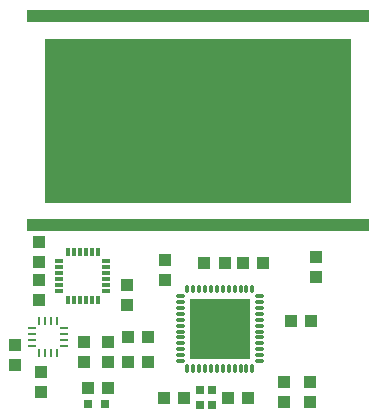
<source format=gtp>
G75*
%MOIN*%
%OFA0B0*%
%FSLAX25Y25*%
%IPPOS*%
%LPD*%
%AMOC8*
5,1,8,0,0,1.08239X$1,22.5*
%
%ADD10R,0.20472X0.20472*%
%ADD11C,0.01181*%
%ADD12R,0.04331X0.03937*%
%ADD13R,0.01102X0.02559*%
%ADD14R,0.02559X0.01102*%
%ADD15R,0.03937X0.04331*%
%ADD16R,0.01181X0.03150*%
%ADD17R,0.03150X0.01181*%
%ADD18R,1.14173X0.03937*%
%ADD19R,1.02362X0.55118*%
%ADD20R,0.03150X0.03150*%
%ADD21R,0.02600X0.03000*%
D10*
X0077181Y0036031D03*
D11*
X0076197Y0023631D02*
X0076197Y0023631D01*
X0076197Y0022055D01*
X0076197Y0022055D01*
X0076197Y0023631D01*
X0076197Y0023235D02*
X0076197Y0023235D01*
X0078165Y0023631D02*
X0078165Y0023631D01*
X0078165Y0022055D01*
X0078165Y0022055D01*
X0078165Y0023631D01*
X0078165Y0023235D02*
X0078165Y0023235D01*
X0080134Y0023631D02*
X0080134Y0023631D01*
X0080134Y0022055D01*
X0080134Y0022055D01*
X0080134Y0023631D01*
X0080134Y0023235D02*
X0080134Y0023235D01*
X0082102Y0023631D02*
X0082102Y0023631D01*
X0082102Y0022055D01*
X0082102Y0022055D01*
X0082102Y0023631D01*
X0082102Y0023235D02*
X0082102Y0023235D01*
X0084071Y0023631D02*
X0084071Y0023631D01*
X0084071Y0022055D01*
X0084071Y0022055D01*
X0084071Y0023631D01*
X0084071Y0023235D02*
X0084071Y0023235D01*
X0086039Y0023631D02*
X0086039Y0023631D01*
X0086039Y0022055D01*
X0086039Y0022055D01*
X0086039Y0023631D01*
X0086039Y0023235D02*
X0086039Y0023235D01*
X0088008Y0023631D02*
X0088008Y0023631D01*
X0088008Y0022055D01*
X0088008Y0022055D01*
X0088008Y0023631D01*
X0088008Y0023235D02*
X0088008Y0023235D01*
X0089582Y0025205D02*
X0089582Y0025205D01*
X0091158Y0025205D01*
X0091158Y0025205D01*
X0089582Y0025205D01*
X0089582Y0027173D02*
X0089582Y0027173D01*
X0091158Y0027173D01*
X0091158Y0027173D01*
X0089582Y0027173D01*
X0089582Y0029142D02*
X0089582Y0029142D01*
X0091158Y0029142D01*
X0091158Y0029142D01*
X0089582Y0029142D01*
X0089582Y0031110D02*
X0089582Y0031110D01*
X0091158Y0031110D01*
X0091158Y0031110D01*
X0089582Y0031110D01*
X0089582Y0033079D02*
X0089582Y0033079D01*
X0091158Y0033079D01*
X0091158Y0033079D01*
X0089582Y0033079D01*
X0089582Y0035047D02*
X0089582Y0035047D01*
X0091158Y0035047D01*
X0091158Y0035047D01*
X0089582Y0035047D01*
X0089582Y0037016D02*
X0089582Y0037016D01*
X0091158Y0037016D01*
X0091158Y0037016D01*
X0089582Y0037016D01*
X0089582Y0038984D02*
X0089582Y0038984D01*
X0091158Y0038984D01*
X0091158Y0038984D01*
X0089582Y0038984D01*
X0089582Y0040953D02*
X0089582Y0040953D01*
X0091158Y0040953D01*
X0091158Y0040953D01*
X0089582Y0040953D01*
X0089582Y0042921D02*
X0089582Y0042921D01*
X0091158Y0042921D01*
X0091158Y0042921D01*
X0089582Y0042921D01*
X0089582Y0044890D02*
X0089582Y0044890D01*
X0091158Y0044890D01*
X0091158Y0044890D01*
X0089582Y0044890D01*
X0089582Y0046858D02*
X0089582Y0046858D01*
X0091158Y0046858D01*
X0091158Y0046858D01*
X0089582Y0046858D01*
X0088008Y0048432D02*
X0088008Y0048432D01*
X0088008Y0050008D01*
X0088008Y0050008D01*
X0088008Y0048432D01*
X0088008Y0049612D02*
X0088008Y0049612D01*
X0086039Y0048432D02*
X0086039Y0048432D01*
X0086039Y0050008D01*
X0086039Y0050008D01*
X0086039Y0048432D01*
X0086039Y0049612D02*
X0086039Y0049612D01*
X0084071Y0048432D02*
X0084071Y0048432D01*
X0084071Y0050008D01*
X0084071Y0050008D01*
X0084071Y0048432D01*
X0084071Y0049612D02*
X0084071Y0049612D01*
X0082102Y0048432D02*
X0082102Y0048432D01*
X0082102Y0050008D01*
X0082102Y0050008D01*
X0082102Y0048432D01*
X0082102Y0049612D02*
X0082102Y0049612D01*
X0080134Y0050008D02*
X0080134Y0050008D01*
X0080134Y0048432D01*
X0080134Y0048432D01*
X0080134Y0050008D01*
X0080134Y0049612D02*
X0080134Y0049612D01*
X0078165Y0050008D02*
X0078165Y0050008D01*
X0078165Y0048432D01*
X0078165Y0048432D01*
X0078165Y0050008D01*
X0078165Y0049612D02*
X0078165Y0049612D01*
X0076197Y0050008D02*
X0076197Y0050008D01*
X0076197Y0048432D01*
X0076197Y0048432D01*
X0076197Y0050008D01*
X0076197Y0049612D02*
X0076197Y0049612D01*
X0074228Y0050008D02*
X0074228Y0050008D01*
X0074228Y0048432D01*
X0074228Y0048432D01*
X0074228Y0050008D01*
X0074228Y0049612D02*
X0074228Y0049612D01*
X0072260Y0048432D02*
X0072260Y0048432D01*
X0072260Y0050008D01*
X0072260Y0050008D01*
X0072260Y0048432D01*
X0072260Y0049612D02*
X0072260Y0049612D01*
X0070291Y0048432D02*
X0070291Y0048432D01*
X0070291Y0050008D01*
X0070291Y0050008D01*
X0070291Y0048432D01*
X0070291Y0049612D02*
X0070291Y0049612D01*
X0068323Y0048432D02*
X0068323Y0048432D01*
X0068323Y0050008D01*
X0068323Y0050008D01*
X0068323Y0048432D01*
X0068323Y0049612D02*
X0068323Y0049612D01*
X0066354Y0048432D02*
X0066354Y0048432D01*
X0066354Y0050008D01*
X0066354Y0050008D01*
X0066354Y0048432D01*
X0066354Y0049612D02*
X0066354Y0049612D01*
X0064780Y0046858D02*
X0064780Y0046858D01*
X0063204Y0046858D01*
X0063204Y0046858D01*
X0064780Y0046858D01*
X0064780Y0044890D02*
X0064780Y0044890D01*
X0063204Y0044890D01*
X0063204Y0044890D01*
X0064780Y0044890D01*
X0064780Y0042921D02*
X0064780Y0042921D01*
X0063204Y0042921D01*
X0063204Y0042921D01*
X0064780Y0042921D01*
X0064780Y0040953D02*
X0064780Y0040953D01*
X0063204Y0040953D01*
X0063204Y0040953D01*
X0064780Y0040953D01*
X0064780Y0038984D02*
X0064780Y0038984D01*
X0063204Y0038984D01*
X0063204Y0038984D01*
X0064780Y0038984D01*
X0064780Y0037016D02*
X0064780Y0037016D01*
X0063204Y0037016D01*
X0063204Y0037016D01*
X0064780Y0037016D01*
X0064780Y0035047D02*
X0064780Y0035047D01*
X0063204Y0035047D01*
X0063204Y0035047D01*
X0064780Y0035047D01*
X0064780Y0033079D02*
X0064780Y0033079D01*
X0063204Y0033079D01*
X0063204Y0033079D01*
X0064780Y0033079D01*
X0064780Y0031110D02*
X0064780Y0031110D01*
X0063204Y0031110D01*
X0063204Y0031110D01*
X0064780Y0031110D01*
X0064780Y0029142D02*
X0064780Y0029142D01*
X0063204Y0029142D01*
X0063204Y0029142D01*
X0064780Y0029142D01*
X0064780Y0027173D02*
X0064780Y0027173D01*
X0063204Y0027173D01*
X0063204Y0027173D01*
X0064780Y0027173D01*
X0064780Y0025205D02*
X0064780Y0025205D01*
X0063204Y0025205D01*
X0063204Y0025205D01*
X0064780Y0025205D01*
X0066354Y0023631D02*
X0066354Y0023631D01*
X0066354Y0022055D01*
X0066354Y0022055D01*
X0066354Y0023631D01*
X0066354Y0023235D02*
X0066354Y0023235D01*
X0068323Y0023631D02*
X0068323Y0023631D01*
X0068323Y0022055D01*
X0068323Y0022055D01*
X0068323Y0023631D01*
X0068323Y0023235D02*
X0068323Y0023235D01*
X0070291Y0023631D02*
X0070291Y0023631D01*
X0070291Y0022055D01*
X0070291Y0022055D01*
X0070291Y0023631D01*
X0070291Y0023235D02*
X0070291Y0023235D01*
X0072260Y0023631D02*
X0072260Y0023631D01*
X0072260Y0022055D01*
X0072260Y0022055D01*
X0072260Y0023631D01*
X0072260Y0023235D02*
X0072260Y0023235D01*
X0074228Y0023631D02*
X0074228Y0023631D01*
X0074228Y0022055D01*
X0074228Y0022055D01*
X0074228Y0023631D01*
X0074228Y0023235D02*
X0074228Y0023235D01*
D12*
X0079740Y0012803D03*
X0086433Y0012803D03*
X0065173Y0012803D03*
X0058480Y0012803D03*
X0053362Y0024811D03*
X0046669Y0024811D03*
X0046669Y0033079D03*
X0053362Y0033079D03*
X0039780Y0016346D03*
X0033087Y0016346D03*
X0072063Y0057882D03*
X0078756Y0057882D03*
X0084858Y0057882D03*
X0091551Y0057882D03*
X0109268Y0060047D03*
X0109268Y0053354D03*
X0107693Y0038591D03*
X0101000Y0038591D03*
D13*
X0022850Y0038669D03*
X0020882Y0038669D03*
X0018913Y0038669D03*
X0016945Y0038669D03*
X0016945Y0027882D03*
X0018913Y0027882D03*
X0020882Y0027882D03*
X0022850Y0027882D03*
D14*
X0025291Y0030323D03*
X0025291Y0032291D03*
X0025291Y0034260D03*
X0025291Y0036228D03*
X0014504Y0036228D03*
X0014504Y0034260D03*
X0014504Y0032291D03*
X0014504Y0030323D03*
D15*
X0017535Y0014772D03*
X0017535Y0021465D03*
X0008874Y0023827D03*
X0008874Y0030520D03*
X0016945Y0045480D03*
X0016945Y0052173D03*
X0016945Y0058079D03*
X0016945Y0064772D03*
X0046079Y0050598D03*
X0046079Y0043906D03*
X0039976Y0031701D03*
X0039976Y0025008D03*
X0031906Y0025008D03*
X0031906Y0031701D03*
X0058874Y0052173D03*
X0058874Y0058866D03*
X0098441Y0018118D03*
X0098441Y0011425D03*
X0107102Y0011425D03*
X0107102Y0018118D03*
D16*
X0036433Y0045677D03*
X0034465Y0045677D03*
X0032496Y0045677D03*
X0030528Y0045677D03*
X0028559Y0045677D03*
X0026591Y0045677D03*
X0026591Y0061425D03*
X0028559Y0061425D03*
X0030528Y0061425D03*
X0032496Y0061425D03*
X0034465Y0061425D03*
X0036433Y0061425D03*
D17*
X0039386Y0058472D03*
X0039386Y0056504D03*
X0039386Y0054535D03*
X0039386Y0052567D03*
X0039386Y0050598D03*
X0039386Y0048630D03*
X0023638Y0048630D03*
X0023638Y0050598D03*
X0023638Y0052567D03*
X0023638Y0054535D03*
X0023638Y0056504D03*
X0023638Y0058472D03*
D18*
X0069898Y0070480D03*
X0069898Y0140165D03*
D19*
X0069898Y0105323D03*
D20*
X0038992Y0010835D03*
X0033087Y0010835D03*
D21*
X0070457Y0010400D03*
X0074457Y0010400D03*
X0074457Y0015600D03*
X0070457Y0015600D03*
M02*

</source>
